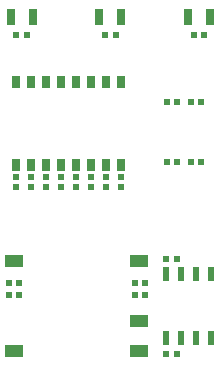
<source format=gbr>
%TF.GenerationSoftware,Altium Limited,Altium Designer,22.1.2 (22)*%
G04 Layer_Color=8421504*
%FSLAX26Y26*%
%MOIN*%
%TF.SameCoordinates,4CB55538-D73B-4A6B-AD5D-0D58206D9AAC*%
%TF.FilePolarity,Positive*%
%TF.FileFunction,Paste,Top*%
%TF.Part,Single*%
G01*
G75*
%TA.AperFunction,SMDPad,CuDef*%
%ADD10R,0.027559X0.055118*%
%ADD11R,0.020472X0.018504*%
%ADD12R,0.027559X0.039370*%
%ADD13R,0.018504X0.020472*%
%ADD14R,0.023622X0.051181*%
%ADD15R,0.019685X0.023622*%
%ADD16R,0.059055X0.039370*%
D10*
X332087Y1446850D02*
D03*
X258465D02*
D03*
X-36811Y1446851D02*
D03*
X36811D02*
D03*
X-332087Y1446850D02*
D03*
X-258465D02*
D03*
D11*
X-65866Y912598D02*
D03*
Y878740D02*
D03*
X-215866D02*
D03*
Y912598D02*
D03*
X-115866Y878740D02*
D03*
Y912598D02*
D03*
X-265866Y878740D02*
D03*
Y912598D02*
D03*
X-165866D02*
D03*
Y878740D02*
D03*
X-315866Y912598D02*
D03*
Y878740D02*
D03*
X-15866D02*
D03*
Y912598D02*
D03*
X34134D02*
D03*
Y878740D02*
D03*
D12*
X-65866Y954724D02*
D03*
X-115866D02*
D03*
X-165866D02*
D03*
X-215866D02*
D03*
Y1230315D02*
D03*
X-165866D02*
D03*
X-115866D02*
D03*
X-65866D02*
D03*
X-15866D02*
D03*
X-265866D02*
D03*
Y954724D02*
D03*
X-15866D02*
D03*
X34134Y1230315D02*
D03*
Y954724D02*
D03*
X-315866Y1230315D02*
D03*
Y954724D02*
D03*
D13*
X220669Y641732D02*
D03*
X186811D02*
D03*
X220669Y322835D02*
D03*
X186811D02*
D03*
X301535Y964567D02*
D03*
X267677D02*
D03*
X81496Y521654D02*
D03*
X115354D02*
D03*
X81496Y561024D02*
D03*
X115354D02*
D03*
X-337795Y521654D02*
D03*
X-303937D02*
D03*
X-337795Y561024D02*
D03*
X-303937D02*
D03*
X301535Y1163386D02*
D03*
X267677D02*
D03*
D14*
X186811Y375984D02*
D03*
X236811D02*
D03*
X286811D02*
D03*
X336811D02*
D03*
Y588583D02*
D03*
X286811D02*
D03*
X236811D02*
D03*
X186811D02*
D03*
D15*
X223583Y964567D02*
D03*
X188150D02*
D03*
X277559Y1387795D02*
D03*
X312992D02*
D03*
X-17716Y1387795D02*
D03*
X17716D02*
D03*
X-312992Y1387795D02*
D03*
X-277559D02*
D03*
X188150Y1163386D02*
D03*
X223583D02*
D03*
D16*
X-320866Y332284D02*
D03*
Y632284D02*
D03*
X96457D02*
D03*
Y432284D02*
D03*
Y332284D02*
D03*
%TF.MD5,61a6fadc72c1ecd1d99e6e4329bf582e*%
M02*

</source>
